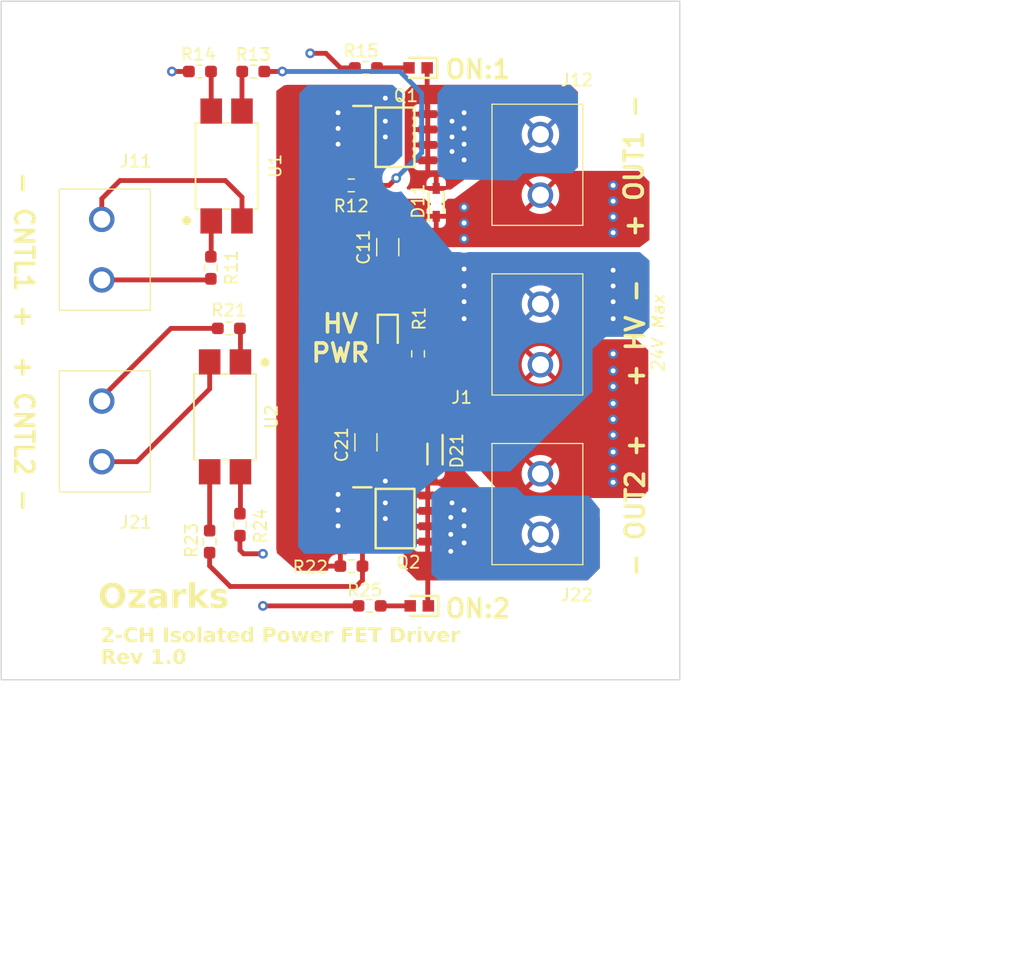
<source format=kicad_pcb>
(kicad_pcb (version 20221018) (generator pcbnew)
  (title_block (title "2-Channel Solenoid Driver") (date "2023-05-21") (rev "V1.0") (company "Ozarks"))
  (layers (0 "F.Cu" signal) (1 "In1.Cu" signal) (2 "In2.Cu" signal) (31 "B.Cu" signal) (34 "B.Paste" user) (35 "F.Paste" user) (36 "B.SilkS" user "B.Silkscreen") (37 "F.SilkS" user "F.Silkscreen") (38 "B.Mask" user) (39 "F.Mask" user) (44 "Edge.Cuts" user))
  (net 0 "")
  (net 1 "HV")
  (net 2 "GND_HV")
  (net 3 "OUT_1")
  (net 4 "OUT_2")
  (net 5 "/CNTL_1")
  (net 6 "Net-(U1-C_1)")
  (net 7 "Net-(U2-C_1)")
  (net 8 "Net-(LED1-Pad2)")
  (net 9 "Net-(LED11-Pad2)")
  (net 10 "Net-(LED22-Pad2)")
  (net 11 "/GATE_1")
  (net 12 "/GATE_2")
  (net 13 "Net-(U1-A)")
  (net 14 "Net-(U1-E)")
  (net 15 "Net-(U1-C_2)")
  (net 16 "Net-(U2-A)")
  (net 17 "Net-(U2-E)")
  (net 18 "Net-(U2-C_2)")
  (net 19 "/CNTL_2")
  (footprint "Capacitor_SMD:C_1206_3216Metric_Pad1.33x1.80mm_HandSolder" (layer "F.Cu") (at 151.9 80.3 -90)
    (fp_text reference "C11" (at 0 2 90) (layer "F.SilkS"))
    (fp_text value "10u" hide)
    (fp_line (start -0.711252 -0.91) (end 0.711252 -0.91) (stroke (width 0.12)) (layer "F.SilkS"))
    (fp_line (start -0.711252 0.91) (end 0.711252 0.91) (stroke (width 0.12)) (layer "F.SilkS"))
    (pad "1" smd roundrect (at -1.5625 0 270) (size 1.325 1.8) (layers "F.Cu" "F.Paste" "F.Mask") (roundrect_rratio 0.1886792453) (net 1 "HV"))
    (pad "2" smd roundrect (at 1.5625 0 270) (size 1.325 1.8) (layers "F.Cu" "F.Paste" "F.Mask") (roundrect_rratio 0.1886792453) (net 2 "GND_HV"))
  )
  (footprint "Resistor_SMD:R_0603_1608Metric_Pad0.98x0.95mm_HandSolder" (layer "F.Cu") (at 150.4 109.9)
    (fp_text reference "R25" (at -0.4 -1.3) (layer "F.SilkS"))
    (fp_text value "4K" hide)
    (fp_line (start -0.254724 -0.5225) (end 0.254724 -0.5225) (stroke (width 0.12)) (layer "F.SilkS"))
    (fp_line (start -0.254724 0.5225) (end 0.254724 0.5225) (stroke (width 0.12)) (layer "F.SilkS"))
    (pad "1" smd roundrect (at -0.9125 0) (size 0.975 0.95) (layers "F.Cu" "F.Paste" "F.Mask") (net 1 "HV"))
    (pad "2" smd roundrect (at 0.9125 0) (size 0.975 0.95) (layers "F.Cu" "F.Paste" "F.Mask") (net 10 "Net-(LED22-Pad2)"))
  )
  (footprint "MountingHole:MountingHole_2.2mm_M2" (layer "F.Cu") (at 172 64)
    (fp_text reference "REF**" hide)
    (fp_text value "MountingHole_2.2mm_M2" hide)
    (pad "" np_thru_hole circle locked (at 0 0) (size 2.2 2.2) (drill 2.2) (layers "*.Cu" "*.Mask"))
  )
  (footprint "JOM_Discrete:KF3012P" (layer "F.Cu") (at 128.3 78 -90)
    (fp_text reference "J11" (at -4.8 -2.8) (layer "F.SilkS"))
    (fp_text value "KF301-2P" hide)
    (fp_line (start -2.5 -4) (end 7.5 -4) (stroke (width 0.1)) (layer "F.SilkS"))
    (fp_line (start -2.5 3.5) (end -2.5 -4) (stroke (width 0.1)) (layer "F.SilkS"))
    (fp_line (start 7.5 -4) (end 7.5 3.5) (stroke (width 0.1)) (layer "F.SilkS"))
    (fp_line (start 7.5 3.5) (end -2.5 3.5) (stroke (width 0.1)) (layer "F.SilkS"))
    (pad "1" thru_hole circle locked (at 0 0 270) (size 2.1 2.1) (drill 1.4) (layers "*.Cu" "*.Mask") (net 6 "Net-(U1-C_1)"))
    (pad "2" thru_hole circle locked (at 5 0 270) (size 2.1 2.1) (drill 1.4) (layers "*.Cu" "*.Mask") (net 5 "/CNTL_1"))
  )
  (footprint "JOM_Chip:SMD-4-OPT9_VO615A_VIS-M" (layer "F.Cu") (at 138.6 73.6 90)
    (fp_text reference "U1" (at 0 4 90 unlocked) (layer "F.SilkS"))
    (fp_text value "VO615A-4X019T" hide)
    (fp_line (start -3.5306 -2.5654) (end -3.5306 -2.28854) (stroke (width 0.1524)) (layer "F.SilkS"))
    (fp_line (start -3.5306 -0.25146) (end -3.5306 0.25146) (stroke (width 0.1524)) (layer "F.SilkS"))
    (fp_line (start -3.5306 2.28854) (end -3.5306 2.5654) (stroke (width 0.1524)) (layer "F.SilkS"))
    (fp_line (start -3.5306 2.5654) (end 3.5306 2.5654) (stroke (width 0.1524)) (layer "F.SilkS"))
    (fp_line (start 3.5306 -2.5654) (end -3.5306 -2.5654) (stroke (width 0.1524)) (layer "F.SilkS"))
    (fp_line (start 3.5306 -2.28854) (end 3.5306 -2.5654) (stroke (width 0.1524)) (layer "F.SilkS"))
    (fp_line (start 3.5306 0.25146) (end 3.5306 -0.25146) (stroke (width 0.1524)) (layer "F.SilkS"))
    (fp_line (start 3.5306 2.5654) (end 3.5306 2.28854) (stroke (width 0.1524)) (layer "F.SilkS"))
    (fp_circle (center -4.5 -3.3) (end -4.183772 -3.3) (stroke (width 0.12)) (fill solid) (layer "F.SilkS"))
    (pad "1" smd rect (at -4.5339 -1.27 90) (size 2.0828 1.78) (layers "F.Cu" "F.Paste" "F.Mask") (net 13 "Net-(U1-A)"))
    (pad "2" smd rect (at -4.5339 1.27 90) (size 2.0828 1.78) (layers "F.Cu" "F.Paste" "F.Mask") (net 6 "Net-(U1-C_1)"))
    (pad "3" smd rect (at 4.5339 1.27 90) (size 2.0828 1.78) (layers "F.Cu" "F.Paste" "F.Mask") (net 14 "Net-(U1-E)"))
    (pad "4" smd rect (at 4.5339 -1.27 90) (size 2.0828 1.78) (layers "F.Cu" "F.Paste" "F.Mask") (net 15 "Net-(U1-C_2)"))
  )
  (footprint "JOM_Discrete:SODFL2512X80N" (layer "F.Cu") (at 155.9 76.6 90)
    (fp_text reference "D11" (at 0.1 -1.5 90) (layer "F.SilkS"))
    (fp_text value "BAS321JX" hide)
    (fp_line (start -1.57 -0.625) (end 0.85 -0.625) (stroke (width 0.2)) (layer "F.SilkS"))
    (fp_line (start -0.85 0.625) (end 0.85 0.625) (stroke (width 0.2)) (layer "F.SilkS"))
    (pad "1" smd rect (at -1.15 0 180) (size 0.6 0.9) (layers "F.Cu" "F.Paste" "F.Mask") (net 1 "HV"))
    (pad "2" smd rect (at 1.15 0 180) (size 0.6 0.9) (layers "F.Cu" "F.Paste" "F.Mask") (net 3 "OUT_1"))
  )
  (footprint "JOM_Discrete:KF3012P" (layer "F.Cu") (at 164.5 90 90)
    (fp_text reference "J1" (at -2.7 -6.5) (layer "F.SilkS"))
    (fp_text value "KF301-2P" hide)
    (fp_line (start -2.5 -4) (end 7.5 -4) (stroke (width 0.1)) (layer "F.SilkS"))
    (fp_line (start -2.5 3.5) (end -2.5 -4) (stroke (width 0.1)) (layer "F.SilkS"))
    (fp_line (start 7.5 -4) (end 7.5 3.5) (stroke (width 0.1)) (layer "F.SilkS"))
    (fp_line (start 7.5 3.5) (end -2.5 3.5) (stroke (width 0.1)) (layer "F.SilkS"))
    (pad "1" thru_hole circle locked (at 0 0 90) (size 2.1 2.1) (drill 1.4) (layers "*.Cu" "*.Mask") (net 1 "HV"))
    (pad "2" thru_hole circle locked (at 5 0 90) (size 2.1 2.1) (drill 1.4) (layers "*.Cu" "*.Mask") (net 2 "GND_HV"))
  )
  (footprint "JOM_Discrete:LEDC1608X80N" (layer "F.Cu") (at 154.5 109.9 180)
    (fp_text reference "LED22" hide)
    (fp_text value "Q396_SMD_LED" hide)
    (fp_line (start -1.575 -0.825) (end -1.575 0.825) (stroke (width 0.2)) (layer "F.SilkS"))
    (fp_line (start -1.575 0.825) (end 0.75 0.825) (stroke (width 0.2)) (layer "F.SilkS"))
    (fp_line (start 0.75 -0.825) (end -1.575 -0.825) (stroke (width 0.2)) (layer "F.SilkS"))
    (pad "1" smd rect (at -0.75 0 270) (size 0.95 0.95) (layers "F.Cu" "F.Paste" "F.Mask") (net 4 "OUT_2"))
    (pad "2" smd rect (at 0.75 0 270) (size 0.95 0.95) (layers "F.Cu" "F.Paste" "F.Mask") (net 10 "Net-(LED22-Pad2)"))
  )
  (footprint "JOM_Discrete:LEDC1608X80N" (layer "F.Cu") (at 151.9 87.45 -90)
    (fp_text reference "LED1" hide)
    (fp_text value "Q396_SMD_LED" hide)
    (fp_line (start -1.575 -0.825) (end -1.575 0.825) (stroke (width 0.2)) (layer "F.SilkS"))
    (fp_line (start -1.575 0.825) (end 0.75 0.825) (stroke (width 0.2)) (layer "F.SilkS"))
    (fp_line (start 0.75 -0.825) (end -1.575 -0.825) (stroke (width 0.2)) (layer "F.SilkS"))
    (pad "1" smd rect (at -0.75 0) (size 0.95 0.95) (layers "F.Cu" "F.Paste" "F.Mask") (net 2 "GND_HV"))
    (pad "2" smd rect (at 0.75 0) (size 0.95 0.95) (layers "F.Cu" "F.Paste" "F.Mask") (net 8 "Net-(LED1-Pad2)"))
  )
  (footprint "Resistor_SMD:R_0603_1608Metric_Pad0.98x0.95mm_HandSolder" (layer "F.Cu") (at 148.8875 75.2 180)
    (fp_text reference "R12" (at 0 -1.7) (layer "F.SilkS"))
    (fp_text value "1K" hide)
    (fp_line (start -0.254724 -0.5225) (end 0.254724 -0.5225) (stroke (width 0.12)) (layer "F.SilkS"))
    (fp_line (start -0.254724 0.5225) (end 0.254724 0.5225) (stroke (width 0.12)) (layer "F.SilkS"))
    (pad "1" smd roundrect (at -0.9125 0 180) (size 0.975 0.95) (layers "F.Cu" "F.Paste" "F.Mask") (net 11 "/GATE_1"))
    (pad "2" smd roundrect (at 0.9125 0 180) (size 0.975 0.95) (layers "F.Cu" "F.Paste" "F.Mask") (net 2 "GND_HV"))
  )
  (footprint "JOM_Chip:SOIC127P600X150-8N" (layer "F.Cu") (at 152.5 102.695)
    (fp_text reference "Q2" (at 1.1 3.605) (layer "F.SilkS"))
    (fp_text value "DMT6012LSS-13" hide)
    (fp_line (start -3.45 -2.58) (end -1.95 -2.58) (stroke (width 0.2)) (layer "F.SilkS"))
    (fp_line (start -1.6 -2.45) (end 1.6 -2.45) (stroke (width 0.2)) (layer "F.SilkS"))
    (fp_line (start -1.6 2.45) (end -1.6 -2.45) (stroke (width 0.2)) (layer "F.SilkS"))
    (fp_line (start 1.6 -2.45) (end 1.6 2.45) (stroke (width 0.2)) (layer "F.SilkS"))
    (fp_line (start 1.6 2.45) (end -1.6 2.45) (stroke (width 0.2)) (layer "F.SilkS"))
    (pad "1" smd rect (at -2.7 -1.905 90) (size 0.65 1.5) (layers "F.Cu" "F.Paste" "F.Mask") (net 2 "GND_HV"))
    (pad "2" smd rect (at -2.7 -0.635 90) (size 0.65 1.5) (layers "F.Cu" "F.Paste" "F.Mask") (net 2 "GND_HV"))
    (pad "3" smd rect (at -2.7 0.635 90) (size 0.65 1.5) (layers "F.Cu" "F.Paste" "F.Mask") (net 2 "GND_HV"))
    (pad "4" smd rect (at -2.7 1.905 90) (size 0.65 1.5) (layers "F.Cu" "F.Paste" "F.Mask") (net 12 "/GATE_2"))
    (pad "5" smd rect (at 2.7 1.905 90) (size 0.65 1.5) (layers "F.Cu" "F.Paste" "F.Mask") (net 4 "OUT_2"))
    (pad "6" smd rect (at 2.7 0.635 90) (size 0.65 1.5) (layers "F.Cu" "F.Paste" "F.Mask") (net 4 "OUT_2"))
    (pad "7" smd rect (at 2.7 -0.635 90) (size 0.65 1.5) (layers "F.Cu" "F.Paste" "F.Mask") (net 4 "OUT_2"))
    (pad "8" smd rect (at 2.7 -1.905 90) (size 0.65 1.5) (layers "F.Cu" "F.Paste" "F.Mask") (net 4 "OUT_2"))
  )
  (footprint "Resistor_SMD:R_0603_1608Metric_Pad0.98x0.95mm_HandSolder" (layer "F.Cu") (at 137.3 82 -90)
    (fp_text reference "R11" (at -0.0125 -1.7 -270) (layer "F.SilkS"))
    (fp_text value "432" hide)
    (fp_line (start -0.254724 -0.5225) (end 0.254724 -0.5225) (stroke (width 0.12)) (layer "F.SilkS"))
    (fp_line (start -0.254724 0.5225) (end 0.254724 0.5225) (stroke (width 0.12)) (layer "F.SilkS"))
    (pad "1" smd roundrect (at -0.9125 0 270) (size 0.975 0.95) (layers "F.Cu" "F.Paste" "F.Mask") (net 13 "Net-(U1-A)"))
    (pad "2" smd roundrect (at 0.9125 0 270) (size 0.975 0.95) (layers "F.Cu" "F.Paste" "F.Mask") (net 5 "/CNTL_1"))
  )
  (footprint "MountingHole:MountingHole_2.2mm_M2" (layer "F.Cu") (at 124 64)
    (fp_text reference "REF**" hide)
    (fp_text value "MountingHole_2.2mm_M2" hide)
    (pad "" np_thru_hole circle locked (at 0 0) (size 2.2 2.2) (drill 2.2) (layers "*.Cu" "*.Mask"))
  )
  (footprint "JOM_Discrete:KF3012P" (layer "F.Cu") (at 128.3 93 -90)
    (fp_text reference "J21" (at 10 -2.8) (layer "F.SilkS"))
    (fp_text value "KF301-2P" hide)
    (fp_line (start -2.5 -4) (end 7.5 -4) (stroke (width 0.1)) (layer "F.SilkS"))
    (fp_line (start -2.5 3.5) (end -2.5 -4) (stroke (width 0.1)) (layer "F.SilkS"))
    (fp_line (start 7.5 -4) (end 7.5 3.5) (stroke (width 0.1)) (layer "F.SilkS"))
    (fp_line (start 7.5 3.5) (end -2.5 3.5) (stroke (width 0.1)) (layer "F.SilkS"))
    (pad "1" thru_hole circle locked (at 0 0 270) (size 2.1 2.1) (drill 1.4) (layers "*.Cu" "*.Mask") (net 19 "/CNTL_2"))
    (pad "2" thru_hole circle locked (at 5 0 270) (size 2.1 2.1) (drill 1.4) (layers "*.Cu" "*.Mask") (net 7 "Net-(U2-C_1)"))
  )
  (footprint "JOM_Discrete:KF3012P" (layer "F.Cu") (at 164.5 104 90)
    (fp_text reference "J22" (at -5 3) (layer "F.SilkS"))
    (fp_text value "KF301-2P" hide)
    (fp_line (start -2.5 -4) (end 7.5 -4) (stroke (width 0.1)) (layer "F.SilkS"))
    (fp_line (start -2.5 3.5) (end -2.5 -4) (stroke (width 0.1)) (layer "F.SilkS"))
    (fp_line (start 7.5 -4) (end 7.5 3.5) (stroke (width 0.1)) (layer "F.SilkS"))
    (fp_line (start 7.5 3.5) (end -2.5 3.5) (stroke (width 0.1)) (layer "F.SilkS"))
    (pad "1" thru_hole circle locked (at 0 0 90) (size 2.1 2.1) (drill 1.4) (layers "*.Cu" "*.Mask") (net 4 "OUT_2"))
    (pad "2" thru_hole circle locked (at 5 0 90) (size 2.1 2.1) (drill 1.4) (layers "*.Cu" "*.Mask") (net 1 "HV"))
  )
  (footprint "Resistor_SMD:R_0603_1608Metric_Pad0.98x0.95mm_HandSolder" (layer "F.Cu") (at 148.9 106.62 180)
    (fp_text reference "R22" (at 3.4 -0.08) (layer "F.SilkS"))
    (fp_text value "1K" hide)
    (fp_line (start -0.254724 -0.5225) (end 0.254724 -0.5225) (stroke (width 0.12)) (layer "F.SilkS"))
    (fp_line (start -0.254724 0.5225) (end 0.254724 0.5225) (stroke (width 0.12)) (layer "F.SilkS"))
    (pad "1" smd roundrect (at -0.9125 0 180) (size 0.975 0.95) (layers "F.Cu" "F.Paste" "F.Mask") (net 12 "/GATE_2"))
    (pad "2" smd roundrect (at 0.9125 0 180) (size 0.975 0.95) (layers "F.Cu" "F.Paste" "F.Mask") (net 2 "GND_HV"))
  )
  (footprint "Resistor_SMD:R_0603_1608Metric_Pad0.98x0.95mm_HandSolder" (layer "F.Cu") (at 150.1 65.5)
    (fp_text reference "R15" (at -0.4 -1.4) (layer "F.SilkS"))
    (fp_text value "4K" hide)
    (fp_line (start -0.254724 -0.5225) (end 0.254724 -0.5225) (stroke (width 0.12)) (layer "F.SilkS"))
    (fp_line (start -0.254724 0.5225) (end 0.254724 0.5225) (stroke (width 0.12)) (layer "F.SilkS"))
    (pad "1" smd roundrect (at -0.9125 0) (size 0.975 0.95) (layers "F.Cu" "F.Paste" "F.Mask") (net 1 "HV"))
    (pad "2" smd roundrect (at 0.9125 0) (size 0.975 0.95) (layers "F.Cu" "F.Paste" "F.Mask") (net 9 "Net-(LED11-Pad2)"))
  )
  (footprint "JOM_Discrete:LEDC1608X80N" (layer "F.Cu") (at 154.4 65.5 180)
    (fp_text reference "LED11" hide)
    (fp_text value "Q396_SMD_LED" hide)
    (fp_line (start -1.575 -0.825) (end -1.575 0.825) (stroke (width 0.2)) (layer "F.SilkS"))
    (fp_line (start -1.575 0.825) (end 0.75 0.825) (stroke (width 0.2)) (layer "F.SilkS"))
    (fp_line (start 0.75 -0.825) (end -1.575 -0.825) (stroke (width 0.2)) (layer "F.SilkS"))
    (pad "1" smd rect (at -0.75 0 270) (size 0.95 0.95) (layers "F.Cu" "F.Paste" "F.Mask") (net 3 "OUT_1"))
    (pad "2" smd rect (at 0.75 0 270) (size 0.95 0.95) (layers "F.Cu" "F.Paste" "F.Mask") (net 9 "Net-(LED11-Pad2)"))
  )
  (footprint "Resistor_SMD:R_0603_1608Metric_Pad0.98x0.95mm_HandSolder" (layer "F.Cu") (at 137.2 104.6 90)
    (fp_text reference "R23" (at 0.1 -1.5 90) (layer "F.SilkS"))
    (fp_text value "10" hide)
    (fp_line (start -0.254724 -0.5225) (end 0.254724 -0.5225) (stroke (width 0.12)) (layer "F.SilkS"))
    (fp_line (start -0.254724 0.5225) (end 0.254724 0.5225) (stroke (width 0.12)) (layer "F.SilkS"))
    (pad "1" smd roundrect (at -0.9125 0 90) (size 0.975 0.95) (layers "F.Cu" "F.Paste" "F.Mask") (net 12 "/GATE_2"))
    (pad "2" smd roundrect (at 0.9125 0 90) (size 0.975 0.95) (layers "F.Cu" "F.Paste" "F.Mask") (net 17 "Net-(U2-E)"))
  )
  (footprint "MountingHole:MountingHole_2.2mm_M2" (layer "F.Cu") (at 124 112)
    (fp_text reference "REF**" hide)
    (fp_text value "MountingHole_2.2mm_M2" hide)
    (pad "" np_thru_hole circle locked (at 0 0) (size 2.2 2.2) (drill 2.2) (layers "*.Cu" "*.Mask"))
  )
  (footprint "Resistor_SMD:R_0603_1608Metric_Pad0.98x0.95mm_HandSolder" (layer "F.Cu") (at 154.4 89.1 90)
    (fp_text reference "R1" (at 2.9 0.1 90) (layer "F.SilkS"))
    (fp_text value "4K" hide)
    (fp_line (start -0.254724 -0.5225) (end 0.254724 -0.5225) (stroke (width 0.12)) (layer "F.SilkS"))
    (fp_line (start -0.254724 0.5225) (end 0.254724 0.5225) (stroke (width 0.12)) (layer "F.SilkS"))
    (pad "1" smd roundrect (at -0.9125 0 90) (size 0.975 0.95) (layers "F.Cu" "F.Paste" "F.Mask") (net 1 "HV"))
    (pad "2" smd roundrect (at 0.9125 0 90) (size 0.975 0.95) (layers "F.Cu" "F.Paste" "F.Mask") (net 8 "Net-(LED1-Pad2)"))
  )
  (footprint "Capacitor_SMD:C_1206_3216Metric_Pad1.33x1.80mm_HandSolder" (layer "F.Cu") (at 150.1 96.4 -90)
    (fp_text reference "C21" (at 0.2 2 90) (layer "F.SilkS"))
    (fp_text value "10u" hide)
    (fp_line (start -0.711252 -0.91) (end 0.711252 -0.91) (stroke (width 0.12)) (layer "F.SilkS"))
    (fp_line (start -0.711252 0.91) (end 0.711252 0.91) (stroke (width 0.12)) (layer "F.SilkS"))
    (pad "1" smd roundrect (at -1.5625 0 270) (size 1.325 1.8) (layers "F.Cu" "F.Paste" "F.Mask") (roundrect_rratio 0.1886792453) (net 1 "HV"))
    (pad "2" smd roundrect (at 1.5625 0 270) (size 1.325 1.8) (layers "F.Cu" "F.Paste" "F.Mask") (roundrect_rratio 0.1886792453) (net 2 "GND_HV"))
  )
  (footprint "JOM_Chip:SMD-4-OPT9_VO615A_VIS-M" (layer "F.Cu") (at 138.473186 94.3 -90)
    (fp_text reference "U2" (at 0 -3.826814 90 unlocked) (layer "F.SilkS"))
    (fp_text value "VO615A-4X019T" hide)
    (fp_line (start -3.5306 -2.5654) (end -3.5306 -2.28854) (stroke (width 0.1524)) (layer "F.SilkS"))
    (fp_line (start -3.5306 -0.25146) (end -3.5306 0.25146) (stroke (width 0.1524)) (layer "F.SilkS"))
    (fp_line (start -3.5306 2.28854) (end -3.5306 2.5654) (stroke (width 0.1524)) (layer "F.SilkS"))
    (fp_line (start -3.5306 2.5654) (end 3.5306 2.5654) (stroke (width 0.1524)) (layer "F.SilkS"))
    (fp_line (start 3.5306 -2.5654) (end -3.5306 -2.5654) (stroke (width 0.1524)) (layer "F.SilkS"))
    (fp_line (start 3.5306 -2.28854) (end 3.5306 -2.5654) (stroke (width 0.1524)) (layer "F.SilkS"))
    (fp_line (start 3.5306 0.25146) (end 3.5306 -0.25146) (stroke (width 0.1524)) (layer "F.SilkS"))
    (fp_line (start 3.5306 2.5654) (end 3.5306 2.28854) (stroke (width 0.1524)) (layer "F.SilkS"))
    (fp_circle (center -4.5 -3.3) (end -4.183772 -3.3) (stroke (width 0.12)) (fill solid) (layer "F.SilkS"))
    (pad "1" smd rect (at -4.5339 -1.27 270) (size 2.0828 1.78) (layers "F.Cu" "F.Paste" "F.Mask") (net 16 "Net-(U2-A)"))
    (pad "2" smd rect (at -4.5339 1.27 270) (size 2.0828 1.78) (layers "F.Cu" "F.Paste" "F.Mask") (net 7 "Net-(U2-C_1)"))
    (pad "3" smd rect (at 4.5339 1.27 270) (size 2.0828 1.78) (layers "F.Cu" "F.Paste" "F.Mask") (net 17 "Net-(U2-E)"))
    (pad "4" smd rect (at 4.5339 -1.27 270) (size 2.0828 1.78) (layers "F.Cu" "F.Paste" "F.Mask") (net 18 "Net-(U2-C_2)"))
  )
  (footprint "Resistor_SMD:R_0603_1608Metric_Pad0.98x0.95mm_HandSolder" (layer "F.Cu") (at 140.8 65.8 180)
    (fp_text reference "R13" (at 0 1.4) (layer "F.SilkS"))
    (fp_text value "10" hide)
    (fp_line (start -0.254724 -0.5225) (end 0.254724 -0.5225) (stroke (width 0.12)) (layer "F.SilkS"))
    (fp_line (start -0.254724 0.5225) (end 0.254724 0.5225) (stroke (width 0.12)) (layer "F.SilkS"))
    (pad "1" smd roundrect (at -0.9125 0 180) (size 0.975 0.95) (layers "F.Cu" "F.Paste" "F.Mask") (net 11 "/GATE_1"))
    (pad "2" smd roundrect (at 0.9125 0 180) (size 0.975 0.95) (layers "F.Cu" "F.Paste" "F.Mask") (net 14 "Net-(U1-E)"))
  )
  (footprint "Resistor_SMD:R_0603_1608Metric_Pad0.98x0.95mm_HandSolder" (layer "F.Cu") (at 136.4 65.8)
    (fp_text reference "R14" (at -0.132224 -1.422776) (layer "F.SilkS"))
    (fp_text value "0" hide)
    (fp_line (start -0.254724 -0.5225) (end 0.254724 -0.5225) (stroke (width 0.12)) (layer "F.SilkS"))
    (fp_line (start -0.254724 0.5225) (end 0.254724 0.5225) (stroke (width 0.12)) (layer "F.SilkS"))
    (pad "1" smd roundrect (at -0.9125 0) (size 0.975 0.95) (layers "F.Cu" "F.Paste" "F.Mask") (net 1 "HV"))
    (pad "2" smd roundrect (at 0.9125 0) (size 0.975 0.95) (layers "F.Cu" "F.Paste" "F.Mask") (net 15 "Net-(U1-C_2)"))
  )
  (footprint "JOM_Discrete:KF3012P" (layer "F.Cu") (at 164.5 76 90)
    (fp_text reference "J12" (at 9.5 3) (layer "F.SilkS"))
    (fp_text value "KF301-2P" hide)
    (fp_line (start -2.5 -4) (end 7.5 -4) (stroke (width 0.1)) (layer "F.SilkS"))
    (fp_line (start -2.5 3.5) (end -2.5 -4) (stroke (width 0.1)) (layer "F.SilkS"))
    (fp_line (start 7.5 -4) (end 7.5 3.5) (stroke (width 0.1)) (layer "F.SilkS"))
    (fp_line (start 7.5 3.5) (end -2.5 3.5) (stroke (width 0.1)) (layer "F.SilkS"))
    (pad "1" thru_hole circle locked (at 0 0 90) (size 2.1 2.1) (drill 1.4) (layers "*.Cu" "*.Mask") (net 1 "HV"))
    (pad "2" thru_hole circle locked (at 5 0 90) (size 2.1 2.1) (drill 1.4) (layers "*.Cu" "*.Mask") (net 3 "OUT_1"))
  )
  (footprint "JOM_Chip:SOIC127P600X150-8N" (layer "F.Cu") (at 152.5 71.225)
    (fp_text reference "Q1" (at 0.9 -3.425) (layer "F.SilkS"))
    (fp_text value "DMT6012LSS-13" hide)
    (fp_line (start -3.45 -2.58) (end -1.95 -2.58) (stroke (width 0.2)) (layer "F.SilkS"))
    (fp_line (start -1.6 -2.45) (end 1.6 -2.45) (stroke (width 0.2)) (layer "F.SilkS"))
    (fp_line (start -1.6 2.45) (end -1.6 -2.45) (stroke (width 0.2)) (layer "F.SilkS"))
    (fp_line (start 1.6 -2.45) (end 1.6 2.45) (stroke (width 0.2)) (layer "F.SilkS"))
    (fp_line (start 1.6 2.45) (end -1.6 2.45) (stroke (width 0.2)) (layer "F.SilkS"))
    (pad "1" smd rect (at -2.7 -1.905 90) (size 0.65 1.5) (layers "F.Cu" "F.Paste" "F.Mask") (net 2 "GND_HV"))
    (pad "2" smd rect (at -2.7 -0.635 90) (size 0.65 1.5) (layers "F.Cu" "F.Paste" "F.Mask") (net 2 "GND_HV"))
    (pad "3" smd rect (at -2.7 0.635 90) (size 0.65 1.5) (layers "F.Cu" "F.Paste" "F.Mask") (net 2 "GND_HV"))
    (pad "4" smd rect (at -2.7 1.905 90) (size 0.65 1.5) (layers "F.Cu" "F.Paste" "F.Mask") (net 11 "/GATE_1"))
    (pad "5" smd rect (at 2.7 1.905 90) (size 0.65 1.5) (layers "F.Cu" "F.Paste" "F.Mask") (net 3 "OUT_1"))
    (pad "6" smd rect (at 2.7 0.635 90) (size 0.65 1.5) (layers "F.Cu" "F.Paste" "F.Mask") (net 3 "OUT_1"))
    (pad "7" smd rect (at 2.7 -0.635 90) (size 0.65 1.5) (layers "F.Cu" "F.Paste" "F.Mask") (net 3 "OUT_1"))
    (pad "8" smd rect (at 2.7 -1.905 90) (size 0.65 1.5) (layers "F.Cu" "F.Paste" "F.Mask") (net 3 "OUT_1"))
  )
  (footprint "Resistor_SMD:R_0603_1608Metric_Pad0.98x0.95mm_HandSolder" (layer "F.Cu") (at 138.7875 87 180)
    (fp_text reference "R21" (at 0 1.5) (layer "F.SilkS"))
    (fp_text value "432" hide)
    (fp_line (start -0.254724 -0.5225) (end 0.254724 -0.5225) (stroke (width 0.12)) (layer "F.SilkS"))
    (fp_line (start -0.254724 0.5225) (end 0.254724 0.5225) (stroke (width 0.12)) (layer "F.SilkS"))
    (pad "1" smd roundrect (at -0.9125 0 180) (size 0.975 0.95) (layers "F.Cu" "F.Paste" "F.Mask") (net 16 "Net-(U2-A)"))
    (pad "2" smd roundrect (at 0.9125 0 180) (size 0.975 0.95) (layers "F.Cu" "F.Paste" "F.Mask") (net 19 "/CNTL_2"))
  )
  (footprint "Resistor_SMD:R_0603_1608Metric_Pad0.98x0.95mm_HandSolder" (layer "F.Cu") (at 139.7 103.2 90)
    (fp_text reference "R24" (at -0.1 1.7 90) (layer "F.SilkS"))
    (fp_text value "0" hide)
    (fp_line (start -0.254724 -0.5225) (end 0.254724 -0.5225) (stroke (width 0.12)) (layer "F.SilkS"))
    (fp_line (start -0.254724 0.5225) (end 0.254724 0.5225) (stroke (width 0.12)) (layer "F.SilkS"))
    (pad "1" smd roundrect (at -0.9125 0 90) (size 0.975 0.95) (layers "F.Cu" "F.Paste" "F.Mask") (net 1 "HV"))
    (pad "2" smd roundrect (at 0.9125 0 90) (size 0.975 0.95) (layers "F.Cu" "F.Paste" "F.Mask") (net 18 "Net-(U2-C_2)"))
  )
  (footprint "MountingHole:MountingHole_2.2mm_M2" (layer "F.Cu") (at 172 112)
    (fp_text reference "REF**" hide)
    (fp_text value "MountingHole_2.2mm_M2" hide)
    (pad "" np_thru_hole circle locked (at 0 0) (size 2.2 2.2) (drill 2.2) (layers "*.Cu" "*.Mask"))
  )
  (footprint "JOM_Discrete:SODFL2512X80N" (layer "F.Cu") (at 155.8 97.37 -90)
    (fp_text reference "D21" (at -0.27 -1.8 90) (layer "F.SilkS"))
    (fp_text value "BAS321JX" hide)
    (fp_line (start -1.57 -0.625) (end 0.85 -0.625) (stroke (width 0.2)) (layer "F.SilkS"))
    (fp_line (start -0.85 0.625) (end 0.85 0.625) (stroke (width 0.2)) (layer "F.SilkS"))
    (pad "1" smd rect (at -1.15 0) (size 0.6 0.9) (layers "F.Cu" "F.Paste" "F.Mask") (net 1 "HV"))
    (pad "2" smd rect (at 1.15 0) (size 0.6 0.9) (layers "F.Cu" "F.Paste" "F.Mask") (net 4 "OUT_2"))
  )
  (gr_rect locked (start 120 60) (end 176 116) (stroke (width 0.1)) (fill none) (layer "Edge.Cuts"))
  (gr_text "Rev 1.0" (at 128.2 114.9) (layer "F.SilkS") (effects (font (size 1.2 1.2) (thickness 0.2) bold italic) (justify left bottom)))
  (gr_text "+ HV -" (at 173.2 87.4 90) (layer "F.SilkS") (effects (font (size 1.5 1.5) (thickness 0.3) bold) (justify bottom)))
  (gr_text "Ozarks" (at 128 110.4) (layer "F.SilkS") (effects (font (size 2 2) (thickness 0.4) bold italic) (justify left bottom)))
  (gr_text "ON:1" (at 156.5 66.5) (layer "F.SilkS") (effects (font (size 1.5 1.5) (thickness 0.3) bold) (justify left bottom)))
  (gr_text "+ CNTL2 -" (at 121 95.7 270) (layer "F.SilkS") (effects (font (size 1.5 1.5) (thickness 0.3) bold) (justify bottom)))
  (gr_text "HV\nPWR" (at 148 89.9) (layer "F.SilkS") (effects (font (size 1.5 1.5) (thickness 0.3) bold) (justify bottom)))
  (gr_text "- OUT2 +" (at 173.2 101.6 90) (layer "F.SilkS") (effects (font (size 1.5 1.5) (thickness 0.3) bold) (justify bottom)))
  (gr_text "+ OUT1 -" (at 173.1 73.6 90) (layer "F.SilkS") (effects (font (size 1.5 1.5) (thickness 0.3) bold) (justify bottom)))
  (gr_text "ON:2" (at 156.5 111) (layer "F.SilkS") (effects (font (size 1.5 1.5) (thickness 0.3) bold) (justify left bottom)))
  (gr_text "2-CH Isolated Power FET Driver" (at 128.2 113.1) (layer "F.SilkS") (effects (font (size 1.2 1.2) (thickness 0.25) bold italic) (justify left bottom)))
  (gr_text "24V Max" (at 174.8 87.4 90) (layer "F.SilkS") (effects (font (size 1 1) (thickness 0.15) italic) (justify bottom)))
  (gr_text "- CNTL1 +" (at 121 80.5 270) (layer "F.SilkS") (effects (font (size 1.5 1.5) (thickness 0.3) bold) (justify bottom)))
  (segment (start 149.4875 109.9) (end 141.6 109.9) (width 0.4) (layer "F.Cu") (net 1))
  (segment (start 145.5 64.3) (end 146.79375 64.3) (width 0.4) (layer "F.Cu") (net 1))
  (segment (start 134.0875 65.8) (end 135.4875 65.8) (width 0.4) (layer "F.Cu") (net 1))
  (segment (start 140 105.6) (end 139.7 105.3) (width 0.4) (layer "F.Cu") (net 1))
  (segment (start 141.6 105.6) (end 140 105.6) (width 0.4) (layer "F.Cu") (net 1))
  (segment (start 146.79375 64.3) (end 147.99375 65.5) (width 0.4) (layer "F.Cu") (net 1))
  (segment (start 139.7 105.3) (end 139.7 104.1125) (width 0.4) (layer "F.Cu") (net 1))
  (segment (start 147.99375 65.5) (end 149.1875 65.5) (width 0.4) (layer "F.Cu") (net 1))
  (via (at 158.2 79.6) (size 0.8) (drill 0.4) (layers "F.Cu" "B.Cu") (net 1))
  (via (at 170.5 91.8) (size 0.8) (drill 0.4) (layers "F.Cu" "B.Cu") (net 1))
  (via (at 145.5 64.3) (size 0.8) (drill 0.4) (layers "F.Cu" "B.Cu") (net 1))
  (via (at 170.5 95.8) (size 0.8) (drill 0.4) (layers "F.Cu" "B.Cu") (net 1))
  (via (at 170.5 77.8) (size 0.8) (drill 0.4) (layers "F.Cu" "B.Cu") (net 1))
  (via (at 170.5 99.7) (size 0.8) (drill 0.4) (layers "F.Cu" "B.Cu") (net 1))
  (via (at 158.2 77) (size 0.8) (drill 0.4) (layers "F.Cu" "B.Cu") (net 1))
  (via (at 170.5 93.2) (size 0.8) (drill 0.4) (layers "F.Cu" "B.Cu") (net 1))
  (via (at 141.6 109.9) (size 0.8) (drill 0.4) (layers "F.Cu" "B.Cu") (net 1))
  (via (at 134.0875 65.8) (size 0.8) (drill 0.4) (layers "F.Cu" "B.Cu") (net 1))
  (via (at 170.5 76.5) (size 0.8) (drill 0.4) (layers "F.Cu" "B.Cu") (net 1))
  (via (at 170.5 75.2) (size 0.8) (drill 0.4) (layers "F.Cu" "B.Cu") (net 1))
  (via (at 170.5 89.1) (size 0.8) (drill 0.4) (layers "F.Cu" "B.Cu") (net 1))
  (via (at 170.5 98.5) (size 0.8) (drill 0.4) (layers "F.Cu" "B.Cu") (net 1))
  (via (at 170.5 94.5) (size 0.8) (drill 0.4) (layers "F.Cu" "B.Cu") (net 1))
  (via (at 170.5 79.1) (size 0.8) (drill 0.4) (layers "F.Cu" "B.Cu") (net 1))
  (via (at 158.2 78.3) (size 0.8) (drill 0.4) (layers "F.Cu" "B.Cu") (net 1))
  (via (at 141.6 105.6) (size 0.8) (drill 0.4) (layers "F.Cu" "B.Cu") (net 1))
  (via (at 170.5 90.5) (size 0.8) (drill 0.4) (layers "F.Cu" "B.Cu") (net 1))
  (via (at 170.5 97.2) (size 0.8) (drill 0.4) (layers "F.Cu" "B.Cu") (net 1))
  (via (at 170.5 84.8) (size 0.8) (drill 0.4) (layers "F.Cu" "B.Cu") (net 2))
  (via (at 151.7 101.4) (size 0.8) (drill 0.4) (layers "F.Cu" "B.Cu") (net 2))
  (via (at 151.7 68) (size 0.8) (drill 0.4) (layers "F.Cu" "B.Cu") (net 2))
  (via (at 151.7 102.7) (size 0.8) (drill 0.4) (layers "F.Cu" "B.Cu") (net 2))
  (via (at 158.2 86.2) (size 0.8) (drill 0.4) (layers "F.Cu" "B.Cu") (net 2))
  (via (at 151.7 69.9) (size 0.8) (drill 0.4) (layers "F.Cu" "B.Cu") (net 2))
  (via (at 147.8 69.2) (size 0.8) (drill 0.4) (layers "F.Cu" "B.Cu") (net 2))
  (via (at 151.7 71.2) (size 0.8) (drill 0.4) (layers "F.Cu" "B.Cu") (net 2))
  (via (at 170.5 82.2) (size 0.8) (drill 0.4) (layers "F.Cu" "B.Cu") (net 2))
  (via (at 147.8 100.7) (size 0.8) (drill 0.4) (layers "F.Cu" "B.Cu") (net 2))
  (via (at 158.2 83.5) (size 0.8) (drill 0.4) (layers "F.Cu" "B.Cu") (net 2))
  (via (at 158.2 84.8) (size 0.8) (drill 0.4) (layers "F.Cu" "B.Cu") (net 2))
  (via (at 147.8 71.8) (size 0.8) (drill 0.4) (layers "F.Cu" "B.Cu") (net 2))
  (via (at 147.8 102) (size 0.8) (drill 0.4) (layers "F.Cu" "B.Cu") (net 2))
  (via (at 170.5 86.2) (size 0.8) (drill 0.4) (layers "F.Cu" "B.Cu") (net 2))
  (via (at 147.8 103.3) (size 0.8) (drill 0.4) (layers "F.Cu" "B.Cu") (net 2))
  (via (at 147.8 70.5) (size 0.8) (drill 0.4) (layers "F.Cu" "B.Cu") (net 2))
  (via (at 158.2 82.1) (size 0.8) (drill 0.4) (layers "F.Cu" "B.Cu") (net 2))
  (via (at 151.7 99.6) (size 0.8) (drill 0.4) (layers "F.Cu" "B.Cu") (net 2))
  (via (at 170.5 83.5) (size 0.8) (drill 0.4) (layers "F.Cu" "B.Cu") (net 2))
  (segment (start 155.15 65.7) (end 155.15 69.27) (width 0.4) (layer "F.Cu") (net 3))
  (segment (start 155.15 69.27) (end 155.2 69.32) (width 0.4) (layer "F.Cu") (net 3))
  (via (at 157.2 69.9) (size 0.8) (drill 0.4) (layers "F.Cu" "B.Cu") (net 3))
  (via (at 158.2 69.2) (size 0.8) (drill 0.4) (layers "F.Cu" "B.Cu") (net 3))
  (via (at 158.2 73.1) (size 0.8) (drill 0.4) (layers "F.Cu" "B.Cu") (net 3))
  (via (at 158.2 71.8) (size 0.8) (drill 0.4) (layers "F.Cu" "B.Cu") (net 3))
  (via (at 157.2 71.2) (size 0.8) (drill 0.4) (layers "F.Cu" "B.Cu") (net 3))
  (via (at 157.2 72.4) (size 0.8) (drill 0.4) (layers "F.Cu" "B.Cu") (net 3))
  (via (at 158.2 70.5) (size 0.8) (drill 0.4) (layers "F.Cu" "B.Cu") (net 3))
  (segment (start 155.2 109.85) (end 155.25 109.9) (width 0.25) (layer "F.Cu") (net 4))
  (segment (start 155.2 104.6) (end 155.2 109.85) (width 0.4) (layer "F.Cu") (net 4))
  (via (at 157.1 104) (size 0.8) (drill 0.4) (layers "F.Cu" "B.Cu") (net 4))
  (via (at 158.2 102) (size 0.8) (drill 0.4) (layers "F.Cu" "B.Cu") (net 4))
  (via (at 157.2 101.4) (size 0.8) (drill 0.4) (layers "F.Cu" "B.Cu") (net 4))
  (via (at 157.1 105.4) (size 0.8) (drill 0.4) (layers "F.Cu" "B.Cu") (net 4))
  (via (at 157.1 102.6) (size 0.8) (drill 0.4) (layers "F.Cu" "B.Cu") (net 4))
  (via (at 158.2 103.3) (size 0.8) (drill 0.4) (layers "F.Cu" "B.Cu") (net 4))
  (via (at 158.2 104.7) (size 0.8) (drill 0.4) (layers "F.Cu" "B.Cu") (net 4))
  (segment (start 137.3 82.6125) (end 136.9125 83) (width 0.4) (layer "F.Cu") (net 5))
  (segment (start 136.9125 83) (end 128.3 83) (width 0.4) (layer "F.Cu") (net 5))
  (segment (start 128.3 76.3) (end 128.3 78) (width 0.4) (layer "F.Cu") (net 6))
  (segment (start 139.87 78.1339) (end 139.87 76.17) (width 0.4) (layer "F.Cu") (net 6))
  (segment (start 138.5 74.8) (end 129.8 74.8) (width 0.4) (layer "F.Cu") (net 6))
  (segment (start 139.87 76.17) (end 138.5 74.8) (width 0.4) (layer "F.Cu") (net 6))
  (segment (start 129.8 74.8) (end 128.3 76.3) (width 0.4) (layer "F.Cu") (net 6))
  (segment (start 137.203186 91.996814) (end 137.203186 89.7661) (width 0.4) (layer "F.Cu") (net 7))
  (segment (start 128.3 98) (end 131.2 98) (width 0.4) (layer "F.Cu") (net 7))
  (segment (start 131.2 98) (end 137.203186 91.996814) (width 0.4) (layer "F.Cu") (net 7))
  (segment (start 151.9125 88.1875) (end 151.9 88.2) (width 0.4) (layer "F.Cu") (net 8))
  (segment (start 154.4 88.1875) (end 151.9125 88.1875) (width 0.4) (layer "F.Cu") (net 8))
  (segment (start 153.65 65.5) (end 151.0125 65.5) (width 0.4) (layer "F.Cu") (net 9))
  (segment (start 153.75 109.9) (end 151.3125 109.9) (width 0.4) (layer "F.Cu") (net 10))
  (segment (start 149.8 75.2) (end 149.8 73.13) (width 0.4) (layer "F.Cu") (net 11))
  (segment (start 152.6 74.6) (end 152 75.2) (width 0.4) (layer "F.Cu") (net 11))
  (segment (start 143.2 65.8) (end 141.7125 65.8) (width 0.4) (layer "F.Cu") (net 11))
  (segment (start 152 75.2) (end 149.8 75.2) (width 0.4) (layer "F.Cu") (net 11))
  (via (at 152.6 74.6) (size 0.8) (drill 0.4) (layers "F.Cu" "B.Cu") (net 11))
  (via (at 143.2 65.8) (size 0.8) (drill 0.4) (layers "F.Cu" "B.Cu") (net 11))
  (segment (start 154.7 67.6) (end 152.9 65.8) (width 0.4) (layer "B.Cu") (net 11))
  (segment (start 154.7 72.5) (end 154.7 67.6) (width 0.4) (layer "B.Cu") (net 11))
  (segment (start 152.9 65.8) (end 143.2 65.8) (width 0.4) (layer "B.Cu") (net 11))
  (segment (start 152.6 74.6) (end 154.7 72.5) (width 0.4) (layer "B.Cu") (net 11))
  (segment (start 149.3 108.3) (end 149.8125 107.7875) (width 0.4) (layer "F.Cu") (net 12))
  (segment (start 149.8125 106.62) (end 149.8125 104.6125) (width 0.4) (layer "F.Cu") (net 12))
  (segment (start 137.2 106.6) (end 138.9 108.3) (width 0.4) (layer "F.Cu") (net 12))
  (segment (start 137.2 105.5125) (end 137.2 106.6) (width 0.4) (layer "F.Cu") (net 12))
  (segment (start 138.9 108.3) (end 149.3 108.3) (width 0.4) (layer "F.Cu") (net 12))
  (segment (start 149.8125 104.6125) (end 149.8 104.6) (width 0.4) (layer "F.Cu") (net 12))
  (segment (start 149.8125 107.7875) (end 149.8125 106.62) (width 0.4) (layer "F.Cu") (net 12))
  (segment (start 137.33 78.1339) (end 137.33 80.7575) (width 0.4) (layer "F.Cu") (net 13))
  (segment (start 137.33 80.7575) (end 137.3 80.7875) (width 0.4) (layer "F.Cu") (net 13))
  (segment (start 139.87 65.8175) (end 139.8875 65.8) (width 0.4) (layer "F.Cu") (net 14))
  (segment (start 139.87 69.0661) (end 139.87 65.8175) (width 0.4) (layer "F.Cu") (net 14))
  (segment (start 137.33 69.0661) (end 137.33 65.8175) (width 0.4) (layer "F.Cu") (net 15))
  (segment (start 137.3339 65.8214) (end 137.3125 65.8) (width 0.4) (layer "F.Cu") (net 15))
  (segment (start 137.33 65.8175) (end 137.3125 65.8) (width 0.4) (layer "F.Cu") (net 15))
  (segment (start 139.743186 87.043186) (end 139.7 87) (width 0.4) (layer "F.Cu") (net 16))
  (segment (start 139.743186 89.7661) (end 139.743186 87.043186) (width 0.4) (layer "F.Cu") (net 16))
  (segment (start 137.203186 103.684314) (end 137.2 103.6875) (width 0.25) (layer "F.Cu") (net 17))
  (segment (start 137.203186 98.8339) (end 137.203186 103.684314) (width 0.4) (layer "F.Cu") (net 17))
  (segment (start 139.743186 102.144314) (end 139.743186 98.8339) (width 0.4) (layer "F.Cu") (net 18))
  (segment (start 139.6 102.2875) (end 139.743186 102.144314) (width 0.4) (layer "F.Cu") (net 18))
  (segment (start 134 87) (end 128.3 92.7) (width 0.4) (layer "F.Cu") (net 19))
  (segment (start 128.3 92.7) (end 128.3 93) (width 0.4) (layer "F.Cu") (net 19))
  (segment (start 137.875 87) (end 134 87) (width 0.4) (layer "F.Cu") (net 19))
  (zone (net 3) (net_name "OUT_1") (layer "F.Cu") (connect_pads (clearance 0.75)) (min_thickness 0.25) (fill yes (thermal_gap 0.5) (thermal_bridge_width 0.4))
    (polygon (pts (xy 156.9 75.7) (xy 153.7 75.7) (xy 153.3 75.3) (xy 153.3 67.5) (xy 153.9 66.9) (xy 167 66.9) (xy 167.6 67.5) (xy 167.6 72.7) (xy 167 73.2) (xy 160.3 73.2)))
  )
  (zone (net 2) (net_name "GND_HV") (layer "F.Cu") (priority 2) (connect_pads (clearance 0.75)) (min_thickness 0.25) (fill yes (thermal_gap 0.5) (thermal_bridge_width 0.4))
    (polygon (pts (xy 172.6 81.1) (xy 173.5 81.9) (xy 173.5 86.4) (xy 172.4 87.1) (xy 151.1 87.1) (xy 146.7 91.6) (xy 146.7 96.4) (xy 147.6 97.8) (xy 151.9 97.8) (xy 152.4 98.3) (xy 152.4 103.1) (xy 151.8 103.6) (xy 149 103.6) (xy 149 107) (xy 144.4 107) (xy 142.7 105.5) (xy 142.7 67.4) (xy 143.4 66.9) (xy 151.9 66.9) (xy 152.5 67.4) (xy 152.5 71.8) (xy 151.9 72.2) (xy 148.8 72.2) (xy 148.8 80.2) (xy 149.7 81.1)))
  )
  (zone (net 1) (net_name "HV") (layer "F.Cu") (priority 3) (connect_pads (clearance 0.75)) (min_thickness 0.25) (fill yes (thermal_gap 0.5) (thermal_bridge_width 0.4))
    (polygon (pts (xy 173.4 88.8) (xy 172.4 87.9) (xy 156.5 87.9) (xy 155.3 89.4) (xy 150 89.4) (xy 147.5 91.9) (xy 147.5 95.9) (xy 148.4 96.7) (xy 157.7 96.7) (xy 161.6 101) (xy 172.8 101) (xy 173.4 100.4)))
  )
  (zone (net 4) (net_name "OUT_2") (layer "F.Cu") (connect_pads (clearance 0.75)) (min_thickness 0.25) (fill yes (thermal_gap 0.5) (thermal_bridge_width 0.4))
    (polygon (pts (xy 153.9 97.5) (xy 153.2 98) (xy 153.2 106.7) (xy 154.3 107.8) (xy 168.4 107.8) (xy 169.4 106.8) (xy 169.4 102.6) (xy 168.4 101.8) (xy 161 101.8) (xy 157.1 97.5)))
  )
  (zone (net 1) (net_name "HV") (layer "F.Cu") (priority 1) (connect_pads (clearance 0.75)) (min_thickness 0.25) (fill yes (thermal_gap 0.5) (thermal_bridge_width 0.4))
    (polygon (pts (xy 149.7 77) (xy 150.5 76.3) (xy 157.4 76.3) (xy 160.5 74) (xy 172.6 74) (xy 173.5 74.9) (xy 173.5 79.7) (xy 172.7 80.3) (xy 150.5 80.3) (xy 149.7 79.6)))
  )
  (zone (net 4) (net_name "OUT_2") (layer "B.Cu") (priority 6) (connect_pads (clearance 0.75)) (min_thickness 0.25) (fill yes (thermal_gap 0.5) (thermal_bridge_width 0.4))
    (polygon (pts (xy 169.4 101.9) (xy 168.5 100.8) (xy 163.2 100.8) (xy 162.5 100.1) (xy 156.2 100.1) (xy 155.5 100.7) (xy 155.5 107.3) (xy 156.1 107.8) (xy 168.4 107.8) (xy 169.4 106.8)))
  )
  (zone (net 2) (net_name "GND_HV") (layer "B.Cu") (priority 10) (connect_pads (clearance 0.75)) (min_thickness 0.25) (fill yes (thermal_gap 0.5) (thermal_bridge_width 0.4))
    (polygon (pts (xy 173.5 81.4) (xy 172.7 80.7) (xy 157.2 80.7) (xy 153.1 75.8) (xy 153.1 67.6) (xy 152.3 66.9) (xy 145.3 66.9) (xy 144.6 67.6) (xy 144.5 105) (xy 145 105.6) (xy 153.8 105.6) (xy 154.3 105) (xy 154.3 100.7) (xy 156.6 98.8) (xy 162 98.8) (xy 168.8 92.2) (xy 168.8 88.7) (xy 169.9 87.7) (xy 172.7 87.7) (xy 173.5 86.9)))
  )
  (zone (net 3) (net_name "OUT_1") (layer "B.Cu") (priority 5) (connect_pads (clearance 0.75)) (min_thickness 0.25) (fill yes (thermal_gap 0.5) (thermal_bridge_width 0.4))
    (polygon (pts (xy 167 66.9) (xy 156.6 66.9) (xy 156 67.6) (xy 156 74.2) (xy 156.6 74.7) (xy 162.5 74.8) (xy 163.1 74.2) (xy 167.1 74.2) (xy 167.6 73.7) (xy 167.6 67.6)))
  )
)
</source>
